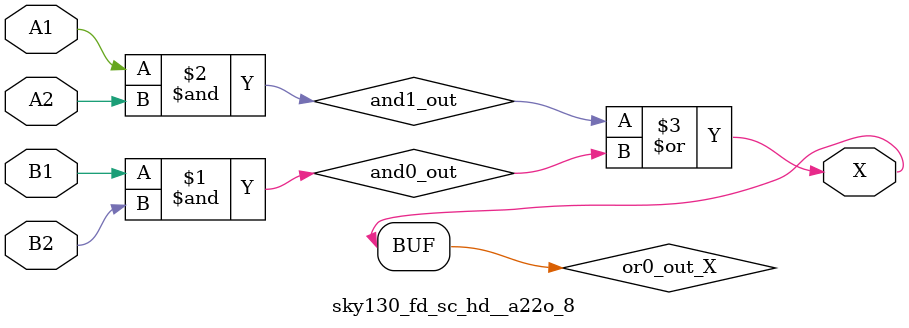
<source format=v>
module sky130_fd_sc_hd__a22o_8 (
    X ,
    A1,
    A2,
    B1,
    B2
);
    output X ;
    input  A1;
    input  A2;
    input  B1;
    input  B2;
    wire and0_out ;
    wire and1_out ;
    wire or0_out_X;
    and and0 (and0_out , B1, B2            );
    and and1 (and1_out , A1, A2            );
    or  or0  (or0_out_X, and1_out, and0_out);
    buf buf0 (X        , or0_out_X         );
endmodule
</source>
